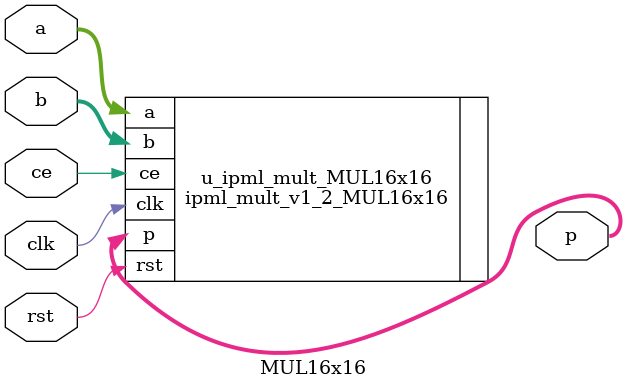
<source format=v>

module MUL16x16
(
     ce  ,
     rst ,
     clk ,
     a   ,
     b   ,
     p
);



localparam ASIZE = 16 ; //@IPC int 2,72

localparam BSIZE = 16 ; //@IPC int 2,72

localparam A_SIGNED = 1 ; //@IPC enum 0,1

localparam B_SIGNED = 0 ; //@IPC enum 0,1

localparam ASYNC_RST = 1 ; //@IPC enum 0,1

localparam OPTIMAL_TIMING = 0 ; //@IPC enum 0,1

localparam INREG_EN = 0 ; //@IPC enum 0,1

localparam PIPEREG_EN_1 = 1 ; //@IPC enum 0,1

localparam PIPEREG_EN_2 = 1 ; //@IPC enum 0,1

localparam PIPEREG_EN_3 = 1 ; //@IPC enum 0,1

localparam OUTREG_EN = 0 ; //@IPC enum 0,1

//tmp variable for ipc purpose

localparam PIPE_STATUS = 3 ; //@IPC enum 0,1,2,3,4,5

localparam ASYNC_RST_BOOL = 1 ; //@IPC bool

localparam OPTIMAL_TIMING_BOOL = 0 ; //@IPC bool

//end of tmp variable
localparam  GRS_EN       = "FALSE"         ;

localparam  PSIZE = ASIZE + BSIZE          ;

input                 ce  ;
input                 rst ;
input                 clk ;
input  [ASIZE-1:0]    a   ;
input  [BSIZE-1:0]    b   ;
output [PSIZE-1:0]    p   ;

ipml_mult_v1_2_MUL16x16
    #(
    .ASIZE           ( ASIZE            ),
    .BSIZE           ( BSIZE            ),
    .OPTIMAL_TIMING  ( OPTIMAL_TIMING   ),
    .INREG_EN        ( INREG_EN         ),
    .PIPEREG_EN_1    ( PIPEREG_EN_1     ),
    .PIPEREG_EN_2    ( PIPEREG_EN_2     ),
    .PIPEREG_EN_3    ( PIPEREG_EN_3     ),
    .OUTREG_EN       ( OUTREG_EN        ),
    .GRS_EN          ( GRS_EN           ),
    .A_SIGNED        ( A_SIGNED         ),
    .B_SIGNED        ( B_SIGNED         ),
    .ASYNC_RST       ( ASYNC_RST        )
    )u_ipml_mult_MUL16x16
    (
    .ce              ( ce     ),
    .rst             ( rst    ),
    .clk             ( clk    ),
    .a               ( a      ),
    .b               ( b      ),
    .p               ( p      )
    );

endmodule


</source>
